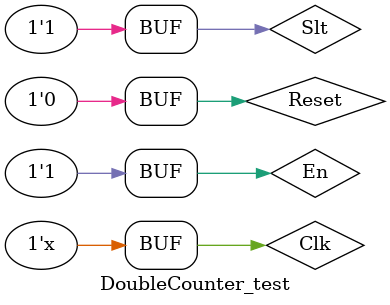
<source format=v>
`timescale 1ns / 1ps
module DoubleCounter_test;

	// Inputs
	reg Clk;
	reg En;
	reg Reset;
	reg Slt;

	// Outputs
	wire [63:0] Output0;
	wire [63:0] Output1;

	// Instantiate the Unit Under Test (UUT)
	code uut (
		.Clk(Clk), 
		.En(En), 
		.Reset(Reset), 
		.Slt(Slt), 
		.Output0(Output0), 
		.Output1(Output1)
	);

	initial begin
		// Initialize Inputs
		Clk = 0;
		
		Slt = 0;
		En = 0;
		Reset = 1;
		#10;
		Slt = 1;
		En = 1;
		Reset = 0;
	end
	always #5
		Clk = ~Clk;
endmodule


</source>
